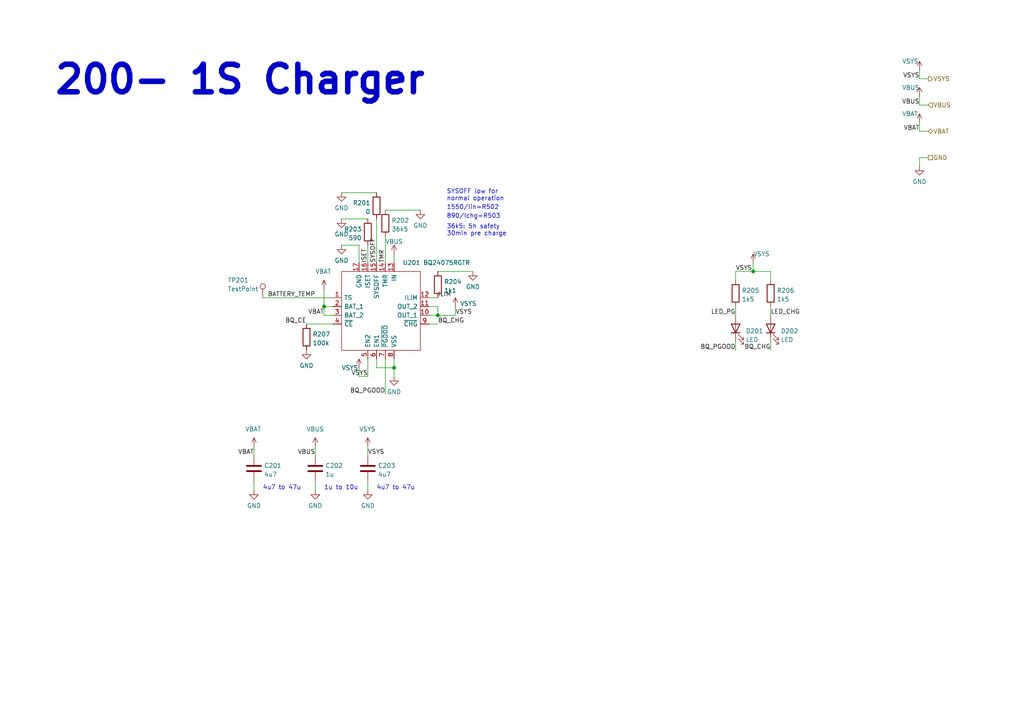
<source format=kicad_sch>
(kicad_sch (version 20230121) (generator eeschema)
  (paper "A4")
  (title_block (title "PSoM - ESP S3") (date "2023-04-17") (rev "HW00") (company "PumaCorp") (comment 1 "Design by: NdG"))
  (lib_symbols
    (symbol "Component lib:BQ24075RGTR" (pin_names (offset 0.762))
      (property "Reference" "U" (at 0 10.16 0))
      (property "Value" "BQ24075RGTR" (at 20.32 10.16 0))
      (symbol "BQ24075RGTR_0_0"
        (pin passive line (at 0 0 0) (length 2.54) (name "TS") (number "1"))
        (pin passive line (at 27.94 -5.08 180) (length 2.54) (name "OUT_1") (number "10"))
        (pin passive line (at 27.94 -2.54 180) (length 2.54) (name "OUT_2") (number "11"))
        (pin passive line (at 27.94 0 180) (length 2.54) (name "ILIM") (number "12"))
        (pin passive line (at 17.78 10.16 270) (length 2.54) (name "IN") (number "13"))
        (pin passive line (at 15.24 10.16 270) (length 2.54) (name "TMR") (number "14"))
        (pin passive line (at 12.7 10.16 270) (length 2.54) (name "SYSOFF") (number "15"))
        (pin passive line (at 10.16 10.16 270) (length 2.54) (name "ISET") (number "16"))
        (pin passive line (at 7.62 10.16 270) (length 2.54) (name "GND") (number "17"))
        (pin passive line (at 0 -2.54 0) (length 2.54) (name "BAT_1") (number "2"))
        (pin passive line (at 0 -5.08 0) (length 2.54) (name "BAT_2") (number "3"))
        (pin passive line (at 0 -7.62 0) (length 2.54) (name "~{CE}") (number "4"))
        (pin passive line (at 10.16 -17.78 90) (length 2.54) (name "EN2") (number "5"))
        (pin passive line (at 12.7 -17.78 90) (length 2.54) (name "EN1") (number "6"))
        (pin passive line (at 15.24 -17.78 90) (length 2.54) (name "~{PGOOD}") (number "7"))
        (pin passive line (at 17.78 -17.78 90) (length 2.54) (name "VSS") (number "8"))
        (pin passive line (at 27.94 -7.62 180) (length 2.54) (name "~{CHG}") (number "9"))
      )
      (symbol "BQ24075RGTR_0_1"
        (rectangle (start 2.54 7.62) (end 25.4 -15.24) (stroke (width 0.1524)))
      )
    )
    (symbol "Component lib:C" (pin_numbers hide) (pin_names (offset 0.254))
      (property "Reference" "C" (at 0.635 -1.27 0))
      (property "Value" "C" (at 0.635 -6.35 0))
      (symbol "C_0_1"
        (polyline (pts (xy -2.032 -4.572) (xy 2.032 -4.572)) (stroke (width 0.508)))
        (polyline (pts (xy -2.032 -3.048) (xy 2.032 -3.048)) (stroke (width 0.508)))
      )
      (symbol "C_1_1"
        (pin passive line (at 0 0 270) (length 2.794) (name "~") (number "1"))
        (pin passive line (at 0 -7.62 90) (length 2.794) (name "~") (number "2"))
      )
    )
    (symbol "Component lib:VBAT" (power) (pin_numbers hide) (in_bom no) (on_board no)
      (property "Value" "VBAT" (at 0 3.81 0))
      (symbol "VBAT_0_0"
        (pin passive line (at 0 0 90) (length 2.54) hide (name "") (number ""))
      )
      (symbol "VBAT_0_1"
        (polyline (pts (xy 0 0) (xy 0 2.54) (xy 0.635 1.27) (xy 0 2.54) (xy -0.635 1.27)) (stroke (width 0.1524)))
      )
    )
    (symbol "Component lib:VSYS" (power) (pin_numbers hide) (in_bom no) (on_board no)
      (property "Value" "VSYS" (at 0 3.81 0))
      (symbol "VSYS_0_0"
        (pin passive line (at 0 0 90) (length 2.54) hide (name "") (number ""))
      )
      (symbol "VSYS_0_1"
        (polyline (pts (xy 0 0) (xy 0 2.54) (xy 0.635 1.27) (xy 0 2.54) (xy -0.635 1.27)) (stroke (width 0.1524)))
      )
    )
    (symbol "Component_lib:LED" (pin_numbers hide) (pin_names (offset 1.016) hide)
      (property "Reference" "D" (at 3.81 2.54 0))
      (property "Value" "LED" (at 3.81 -2.54 0))
      (symbol "LED_0_1"
        (polyline (pts (xy 2.54 -1.27) (xy 2.54 1.27)) (stroke (width 0.254)))
        (polyline (pts (xy 2.54 0) (xy 5.08 0)))
        (polyline (pts (xy 5.08 -1.27) (xy 5.08 1.27) (xy 2.54 0) (xy 5.08 -1.27)) (stroke (width 0.254)))
        (polyline (pts (xy 0.762 -0.762) (xy -0.762 -2.286) (xy 0 -2.286) (xy -0.762 -2.286) (xy -0.762 -1.524)))
        (polyline (pts (xy 2.032 -0.762) (xy 0.508 -2.286) (xy 1.27 -2.286) (xy 0.508 -2.286) (xy 0.508 -1.524)))
      )
      (symbol "LED_1_1"
        (pin passive line (at 0 0 0) (length 2.54) (name "K") (number "1"))
        (pin passive line (at 7.62 0 180) (length 2.54) (name "A") (number "2"))
      )
    )
    (symbol "Component_lib:R" (pin_numbers hide) (pin_names (offset 0))
      (property "Reference" "R" (at 2.032 -3.81 90))
      (property "Value" "R" (at 0 -3.81 90))
      (symbol "R_0_1"
        (rectangle (start -1.016 -6.35) (end 1.016 -1.27) (stroke (width 0.254)))
      )
      (symbol "R_1_1"
        (pin passive line (at 0 0 270) (length 1.27) (name "~") (number "1"))
        (pin passive line (at 0 -7.62 90) (length 1.27) (name "~") (number "2"))
      )
    )
    (symbol "Connector:TestPoint" (pin_numbers hide) (pin_names (offset 0.762) hide)
      (property "Reference" "TP" (at 0 6.858 0))
      (property "Value" "TestPoint" (at 0 5.08 0))
      (symbol "TestPoint_0_1"
        (circle (center 0 3.302) (radius 0.762))
      )
      (symbol "TestPoint_1_1"
        (pin passive line (at 0 0 90) (length 2.54) (name "1") (number "1"))
      )
    )
    (symbol "power:GND" (power) (pin_names (offset 0))
      (property "Value" "GND" (at 0 -3.81 0))
      (symbol "GND_0_1"
        (polyline (pts (xy 0 0) (xy 0 -1.27) (xy 1.27 -1.27) (xy 0 -2.54) (xy -1.27 -1.27) (xy 0 -1.27)))
      )
      (symbol "GND_1_1"
        (pin power_in line (at 0 0 270) (length 0) hide (name "GND") (number "1"))
      )
    )
    (symbol "power:VBUS" (power) (pin_names (offset 0))
      (property "Value" "VBUS" (at 0 3.81 0))
      (symbol "VBUS_0_1"
        (polyline (pts (xy -0.762 1.27) (xy 0 2.54)))
        (polyline (pts (xy 0 0) (xy 0 2.54)))
        (polyline (pts (xy 0 2.54) (xy 0.762 1.27)))
      )
      (symbol "VBUS_1_1"
        (pin power_in line (at 0 0 90) (length 0) hide (name "VBUS") (number "1"))
      )
    )
  )
  (junction (at 218.44 78.74))
  (junction (at 114.3 106.68))
  (junction (at 93.98 88.9))
  (junction (at 127 91.44))
  (wire (pts (xy 104.14 71.12) (xy 104.14 76.2)))
  (wire (pts (xy 104.14 109.22) (xy 104.14 106.68)))
  (wire (pts (xy 106.68 129.54) (xy 106.68 132.08)))
  (wire (pts (xy 114.3 104.14) (xy 114.3 106.68)))
  (wire (pts (xy 124.46 88.9) (xy 127 88.9)))
  (wire (pts (xy 213.36 99.06) (xy 213.36 101.6)))
  (wire (pts (xy 111.76 104.14) (xy 111.76 114.3)))
  (wire (pts (xy 73.66 142.24) (xy 73.66 139.7)))
  (wire (pts (xy 111.76 60.96) (xy 121.92 60.96)))
  (wire (pts (xy 269.24 45.72) (xy 266.7 45.72)))
  (wire (pts (xy 109.22 106.68) (xy 114.3 106.68)))
  (wire (pts (xy 269.24 38.1) (xy 266.7 38.1)))
  (wire (pts (xy 114.3 73.66) (xy 114.3 76.2)))
  (wire (pts (xy 111.76 68.58) (xy 111.76 76.2)))
  (wire (pts (xy 93.98 88.9) (xy 93.98 91.44)))
  (wire (pts (xy 266.7 38.1) (xy 266.7 35.56)))
  (wire (pts (xy 91.44 129.54) (xy 91.44 132.08)))
  (wire (pts (xy 266.7 45.72) (xy 266.7 48.26)))
  (wire (pts (xy 213.36 78.74) (xy 218.44 78.74)))
  (wire (pts (xy 266.7 30.48) (xy 266.7 27.94)))
  (wire (pts (xy 93.98 83.82) (xy 93.98 88.9)))
  (wire (pts (xy 218.44 76.2) (xy 218.44 78.74)))
  (wire (pts (xy 127 88.9) (xy 127 91.44)))
  (wire (pts (xy 127 78.74) (xy 137.16 78.74)))
  (wire (pts (xy 99.06 55.88) (xy 109.22 55.88)))
  (wire (pts (xy 91.44 142.24) (xy 91.44 139.7)))
  (wire (pts (xy 218.44 78.74) (xy 223.52 78.74)))
  (wire (pts (xy 269.24 30.48) (xy 266.7 30.48)))
  (wire (pts (xy 99.06 63.5) (xy 106.68 63.5)))
  (wire (pts (xy 109.22 104.14) (xy 109.22 106.68)))
  (wire (pts (xy 88.9 93.98) (xy 96.52 93.98)))
  (wire (pts (xy 124.46 86.36) (xy 127 86.36)))
  (wire (pts (xy 73.66 129.54) (xy 73.66 132.08)))
  (wire (pts (xy 124.46 93.98) (xy 127 93.98)))
  (wire (pts (xy 114.3 109.22) (xy 114.3 106.68)))
  (wire (pts (xy 124.46 91.44) (xy 127 91.44)))
  (wire (pts (xy 106.68 142.24) (xy 106.68 139.7)))
  (wire (pts (xy 109.22 63.5) (xy 109.22 76.2)))
  (wire (pts (xy 106.68 109.22) (xy 106.68 104.14)))
  (wire (pts (xy 223.52 78.74) (xy 223.52 81.28)))
  (wire (pts (xy 96.52 88.9) (xy 93.98 88.9)))
  (wire (pts (xy 266.7 22.86) (xy 266.7 20.32)))
  (wire (pts (xy 223.52 99.06) (xy 223.52 101.6)))
  (wire (pts (xy 213.36 81.28) (xy 213.36 78.74)))
  (wire (pts (xy 132.08 91.44) (xy 132.08 88.9)))
  (wire (pts (xy 104.14 109.22) (xy 106.68 109.22)))
  (wire (pts (xy 76.2 86.36) (xy 96.52 86.36)))
  (wire (pts (xy 127 91.44) (xy 132.08 91.44)))
  (wire (pts (xy 213.36 91.44) (xy 213.36 88.9)))
  (wire (pts (xy 93.98 91.44) (xy 96.52 91.44)))
  (wire (pts (xy 269.24 22.86) (xy 266.7 22.86)))
  (wire (pts (xy 106.68 71.12) (xy 106.68 76.2)))
  (wire (pts (xy 99.06 71.12) (xy 104.14 71.12)))
  (wire (pts (xy 223.52 91.44) (xy 223.52 88.9)))
  (text "890/Ichg=R503" (at 129.54 63.5 0) (effects (font (size 1.27 1.27)) (justify left bottom)))
  (text "200- 1S Charger" (at 15.24 27.94 0) (effects (font (size 8 8) (thickness 1.6) bold) (justify left bottom)))
  (text "4u7 to 47u" (at 109.22 142.24 0) (effects (font (size 1.27 1.27)) (justify left bottom)))
  (text "1u to 10u" (at 93.98 142.24 0) (effects (font (size 1.27 1.27)) (justify left bottom)))
  (text "SYSOFF low for \nnormal operation\n" (at 129.54 58.42 0) (effects (font (size 1.27 1.27)) (justify left bottom)))
  (text "4u7 to 47u" (at 76.2 142.24 0) (effects (font (size 1.27 1.27)) (justify left bottom)))
  (text "36k5: 5h safety \n30min pre charge" (at 129.54 68.58 0) (effects (font (size 1.27 1.27)) (justify left bottom)))
  (text "1550/Iin=R502" (at 129.54 60.96 0) (effects (font (size 1.27 1.27)) (justify left bottom)))
  (label "LED_PG" (at 213.36 91.44 180))
  (label "ILIM" (at 127 86.36 0))
  (label "BQ_PGOOD" (at 111.76 114.3 180))
  (label "VSYS" (at 132.08 91.44 0))
  (label "BQ_CHG" (at 223.52 101.6 180))
  (label "VBUS" (at 266.7 30.48 180))
  (label "VBUS" (at 91.44 132.08 180))
  (label "VSYS" (at 213.36 78.74 0))
  (label "VSYS" (at 106.68 132.08 0))
  (label "LED_CHG" (at 223.52 91.44 0))
  (label "VBAT" (at 73.66 132.08 180))
  (label "BQ_PGOOD" (at 213.36 101.6 180))
  (label "TMR" (at 111.76 76.2 90))
  (label "BATTERY_TEMP" (at 91.44 86.36 180))
  (label "BQ_CHG" (at 127 93.98 0))
  (label "VBAT" (at 266.7 38.1 180))
  (label "VBAT" (at 93.98 91.44 180))
  (label "BQ_CE" (at 88.9 93.98 180))
  (label "ISET" (at 106.68 76.2 90))
  (label "VSYS" (at 106.68 109.22 180))
  (label "SYSOFF" (at 109.22 76.2 90))
  (label "VSYS" (at 266.7 22.86 180))
  (hierarchical_label "VBAT" (shape bidirectional) (at 269.24 38.1 0))
  (hierarchical_label "VSYS" (shape output) (at 269.24 22.86 0))
  (hierarchical_label "GND" (shape passive) (at 269.24 45.72 0))
  (hierarchical_label "VBUS" (shape input) (at 269.24 30.48 0))
  (symbol (lib_id "power:GND") (at 99.06 63.5 0) (unit 1)
    (property "Reference" "#PWR0205" (effects hide))
    (property "Value" "GND" (at 99.06 67.9434 0))
  )
  (symbol (lib_id "Component lib:VBAT") (at 266.7 35.56 0) (unit 1) (in_bom no) (on_board no)
    (property "Reference" "#VBAT0201" (effects hide))
    (property "Value" "VBAT" (at 261.62 33.02 0) (effects (justify left)))
  )
  (symbol (lib_id "power:VBUS") (at 266.7 27.94 0) (unit 1)
    (property "Reference" "#PWR0201" (effects hide))
    (property "Value" "VBUS" (at 264.16 25.4 0))
  )
  (symbol (lib_id "Component_lib:R") (at 111.76 68.58 180) (unit 1)
    (property "Reference" "R202" (at 113.538 63.9353 0) (effects (justify right)))
    (property "Value" "36k5" (at 113.538 66.4722 0) (effects (justify right)))
    (property "Footprint" "Resistor_SMD:R_0402_1005Metric" (effects hide))
  )
  (symbol (lib_id "Component_lib:R") (at 106.68 71.12 0) (mirror x) (unit 1)
    (property "Reference" "R203" (at 104.902 66.4753 0) (effects (justify right)))
    (property "Value" "590" (at 104.902 69.0122 0) (effects (justify right)))
    (property "Footprint" "Resistor_SMD:R_0402_1005Metric" (effects hide))
  )
  (symbol (lib_id "Connector:TestPoint") (at 76.2 86.36 0) (unit 1)
    (property "Reference" "TP201" (at 66.04 81.28 0) (effects (justify left)))
    (property "Value" "TestPoint" (at 66.04 83.82 0) (effects (justify left)))
    (property "Footprint" "TestPoint:TestPoint_Pad_D1.0mm" (effects hide))
  )
  (symbol (lib_id "power:VBUS") (at 91.44 129.54 0) (unit 1)
    (property "Reference" "#PWR0121" (effects hide))
    (property "Value" "VBUS" (at 91.44 124.46 0))
  )
  (symbol (lib_id "Component lib:VSYS") (at 106.68 129.54 0) (unit 1) (in_bom no) (on_board no)
    (property "Reference" "#VSYS0105" (effects hide))
    (property "Value" "VSYS" (at 104.14 124.46 0) (effects (justify left)))
  )
  (symbol (lib_id "Component lib:BQ24075RGTR") (at 96.52 86.36 0) (unit 1)
    (property "Reference" "U201" (at 119.38 76.2 0))
    (property "Value" "BQ24075RGTR" (at 129.54 76.2 0))
    (property "Footprint" "Component_lib:QFN50P300X300X100-17N-D" (effects hide))
    (property "Datasheet" "http://www.ti.com/lit/ds/symlink/bq24075.pdf" (effects hide))
    (property "Description" "USB-Friendly Li-Ion Battery Charger and Power-Path Management IC, Vout 5.5V" (effects hide))
    (property "Height" "1" (effects hide))
    (property "Mouser Part Number" "595-BQ24075RGTR" (effects hide))
    (property "Mouser Price/Stock" "https://www.mouser.co.uk/ProductDetail/Texas-Instruments/BQ24075RGTR?qs=XGzIaZb%2FFYKTADIJv746hA%3D%3D" (effects hide))
    (property "Manufacturer_Name" "Texas Instruments" (effects hide))
    (property "Manufacturer_Part_Number" "BQ24075RGTR" (effects hide))
  )
  (symbol (lib_id "Component lib:C") (at 106.68 132.08 0) (unit 1)
    (property "Reference" "C203" (at 109.601 135.0553 0) (effects (justify left)))
    (property "Value" "4u7" (at 109.601 137.5922 0) (effects (justify left)))
    (property "Footprint" "Capacitor_SMD:C_0603_1608Metric" (effects hide))
  )
  (symbol (lib_id "power:GND") (at 88.9 101.6 0) (unit 1)
    (property "Reference" "#PWR0209" (effects hide))
    (property "Value" "GND" (at 88.9 106.0434 0))
  )
  (symbol (lib_id "power:GND") (at 137.16 78.74 0) (unit 1)
    (property "Reference" "#PWR0208" (effects hide))
    (property "Value" "GND" (at 137.16 83.1834 0))
  )
  (symbol (lib_id "Component lib:VBAT") (at 73.66 129.54 0) (unit 1) (in_bom no) (on_board no)
    (property "Reference" "#VBAT0103" (effects hide))
    (property "Value" "VBAT" (at 71.12 124.46 0) (effects (justify left)))
  )
  (symbol (lib_id "power:GND") (at 99.06 71.12 0) (unit 1)
    (property "Reference" "#PWR0206" (effects hide))
    (property "Value" "GND" (at 99.06 75.5634 0))
  )
  (symbol (lib_id "power:GND") (at 73.66 142.24 0) (unit 1)
    (property "Reference" "#PWR0124" (effects hide))
    (property "Value" "GND" (at 73.66 146.6834 0))
  )
  (symbol (lib_id "Component_lib:R") (at 88.9 93.98 0) (unit 1)
    (property "Reference" "R207" (at 90.678 96.9553 0) (effects (justify left)))
    (property "Value" "100k" (at 90.678 99.4922 0) (effects (justify left)))
    (property "Footprint" "Resistor_SMD:R_0402_1005Metric" (effects hide))
  )
  (symbol (lib_id "Component lib:VSYS") (at 132.08 88.9 0) (unit 1) (in_bom no) (on_board no)
    (property "Reference" "#VSYS0201" (effects hide))
    (property "Value" "VSYS" (at 133.4262 88.0638 0) (effects (justify left)))
  )
  (symbol (lib_id "Component lib:C") (at 91.44 132.08 0) (unit 1)
    (property "Reference" "C202" (at 94.361 135.0553 0) (effects (justify left)))
    (property "Value" "1u" (at 94.361 137.5922 0) (effects (justify left)))
    (property "Footprint" "Capacitor_SMD:C_0603_1608Metric" (effects hide))
  )
  (symbol (lib_id "power:GND") (at 266.7 48.26 0) (unit 1)
    (property "Reference" "#PWR0202" (effects hide))
    (property "Value" "GND" (at 266.7 52.7034 0))
  )
  (symbol (lib_id "Component_lib:R") (at 109.22 63.5 0) (mirror x) (unit 1)
    (property "Reference" "R201" (at 107.442 58.8553 0) (effects (justify right)))
    (property "Value" "0" (at 107.442 61.3922 0) (effects (justify right)))
    (property "Footprint" "Resistor_SMD:R_0402_1005Metric" (effects hide))
  )
  (symbol (lib_id "power:GND") (at 91.44 142.24 0) (unit 1)
    (property "Reference" "#PWR0123" (effects hide))
    (property "Value" "GND" (at 91.44 146.6834 0))
  )
  (symbol (lib_id "Component_lib:LED") (at 213.36 99.06 90) (unit 1)
    (property "Reference" "D201" (at 216.281 96.0028 90) (effects (justify right)))
    (property "Value" "LED" (at 216.281 98.5397 90) (effects (justify right)))
    (property "Footprint" "Component_lib:LED_0402_1005Metric_DUALSIDE" (effects hide))
  )
  (symbol (lib_id "power:VBUS") (at 114.3 73.66 0) (unit 1)
    (property "Reference" "#PWR0207" (effects hide))
    (property "Value" "VBUS" (at 114.3 70.0842 0))
  )
  (symbol (lib_id "power:GND") (at 114.3 109.22 0) (unit 1)
    (property "Reference" "#PWR0210" (effects hide))
    (property "Value" "GND" (at 114.3 113.6634 0))
  )
  (symbol (lib_id "power:GND") (at 99.06 55.88 0) (unit 1)
    (property "Reference" "#PWR0203" (effects hide))
    (property "Value" "GND" (at 99.06 60.3234 0))
  )
  (symbol (lib_id "power:GND") (at 106.68 142.24 0) (unit 1)
    (property "Reference" "#PWR0122" (effects hide))
    (property "Value" "GND" (at 106.68 146.6834 0))
  )
  (symbol (lib_id "Component_lib:R") (at 127 78.74 0) (unit 1)
    (property "Reference" "R204" (at 128.778 81.7153 0) (effects (justify left)))
    (property "Value" "1k1" (at 128.778 84.2522 0) (effects (justify left)))
    (property "Footprint" "Resistor_SMD:R_0402_1005Metric" (effects hide))
  )
  (symbol (lib_id "Component lib:VSYS") (at 266.7 20.32 0) (unit 1) (in_bom no) (on_board no)
    (property "Reference" "#VSYS0108" (effects hide))
    (property "Value" "VSYS" (at 261.62 17.78 0) (effects (justify left)))
  )
  (symbol (lib_id "Component_lib:R") (at 223.52 81.28 0) (unit 1)
    (property "Reference" "R206" (at 225.298 84.2553 0) (effects (justify left)))
    (property "Value" "1k5" (at 225.298 86.7922 0) (effects (justify left)))
    (property "Footprint" "Resistor_SMD:R_0402_1005Metric" (effects hide))
  )
  (symbol (lib_id "Component lib:C") (at 73.66 132.08 0) (unit 1)
    (property "Reference" "C201" (at 76.581 135.0553 0) (effects (justify left)))
    (property "Value" "4u7" (at 76.581 137.5922 0) (effects (justify left)))
    (property "Footprint" "Capacitor_SMD:C_0603_1608Metric" (effects hide))
  )
  (symbol (lib_id "Component_lib:R") (at 213.36 81.28 0) (unit 1)
    (property "Reference" "R205" (at 215.138 84.2553 0) (effects (justify left)))
    (property "Value" "1k5" (at 215.138 86.7922 0) (effects (justify left)))
    (property "Footprint" "Resistor_SMD:R_0402_1005Metric" (effects hide))
  )
  (symbol (lib_id "Component lib:VBAT") (at 93.98 83.82 0) (unit 1) (in_bom no) (on_board no)
    (property "Reference" "#VBAT0202" (effects hide))
    (property "Value" "VBAT" (at 91.44 78.74 0) (effects (justify left)))
  )
  (symbol (lib_id "Component lib:VSYS") (at 218.44 76.2 0) (unit 1) (in_bom no) (on_board no)
    (property "Reference" "#VSYS0107" (effects hide))
    (property "Value" "VSYS" (at 218.44 73.66 0) (effects (justify left)))
  )
  (symbol (lib_id "Component lib:VSYS") (at 104.14 106.68 0) (unit 1) (in_bom no) (on_board no)
    (property "Reference" "#VSYS0106" (effects hide))
    (property "Value" "VSYS" (at 99.06 106.68 0) (effects (justify left)))
  )
  (symbol (lib_id "Component_lib:LED") (at 223.52 99.06 90) (unit 1)
    (property "Reference" "D202" (at 226.441 96.0028 90) (effects (justify right)))
    (property "Value" "LED" (at 226.441 98.5397 90) (effects (justify right)))
    (property "Footprint" "Component_lib:LED_0402_1005Metric_DUALSIDE" (effects hide))
  )
  (symbol (lib_id "power:GND") (at 121.92 60.96 0) (unit 1)
    (property "Reference" "#PWR0204" (effects hide))
    (property "Value" "GND" (at 121.92 65.4034 0))
  )
)
</source>
